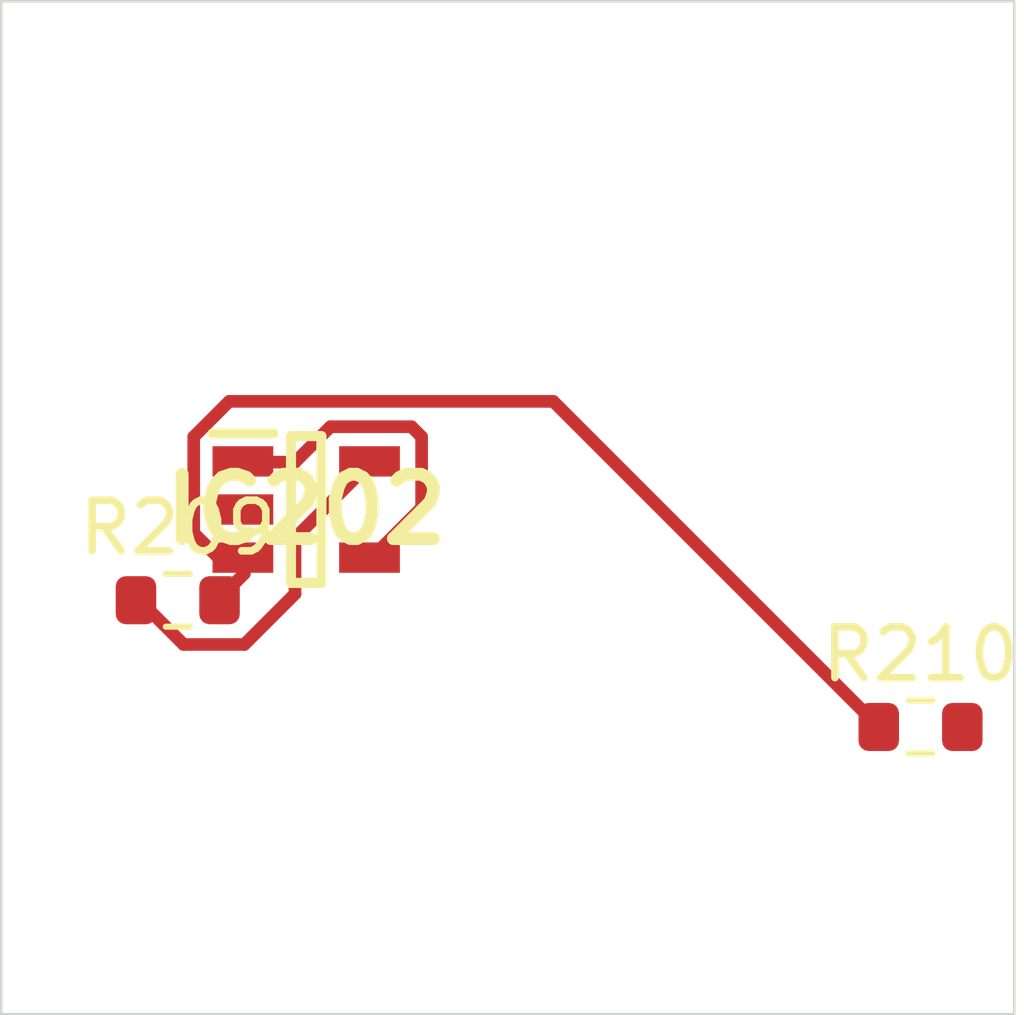
<source format=kicad_pcb>
 ( kicad_pcb  ( version 20171130 )
 ( host pcbnew 5.1.12-84ad8e8a86~92~ubuntu18.04.1 )
 ( general  ( thickness 1.6 )
 ( drawings 4 )
 ( tracks 0 )
 ( zones 0 )
 ( modules 3 )
 ( nets 5 )
)
 ( page A4 )
 ( layers  ( 0 F.Cu signal )
 ( 31 B.Cu signal )
 ( 32 B.Adhes user )
 ( 33 F.Adhes user )
 ( 34 B.Paste user )
 ( 35 F.Paste user )
 ( 36 B.SilkS user )
 ( 37 F.SilkS user )
 ( 38 B.Mask user )
 ( 39 F.Mask user )
 ( 40 Dwgs.User user )
 ( 41 Cmts.User user )
 ( 42 Eco1.User user )
 ( 43 Eco2.User user )
 ( 44 Edge.Cuts user )
 ( 45 Margin user )
 ( 46 B.CrtYd user )
 ( 47 F.CrtYd user )
 ( 48 B.Fab user )
 ( 49 F.Fab user )
)
 ( setup  ( last_trace_width 0.25 )
 ( trace_clearance 0.2 )
 ( zone_clearance 0.508 )
 ( zone_45_only no )
 ( trace_min 0.2 )
 ( via_size 0.8 )
 ( via_drill 0.4 )
 ( via_min_size 0.4 )
 ( via_min_drill 0.3 )
 ( uvia_size 0.3 )
 ( uvia_drill 0.1 )
 ( uvias_allowed no )
 ( uvia_min_size 0.2 )
 ( uvia_min_drill 0.1 )
 ( edge_width 0.05 )
 ( segment_width 0.2 )
 ( pcb_text_width 0.3 )
 ( pcb_text_size 1.5 1.5 )
 ( mod_edge_width 0.12 )
 ( mod_text_size 1 1 )
 ( mod_text_width 0.15 )
 ( pad_size 1.524 1.524 )
 ( pad_drill 0.762 )
 ( pad_to_mask_clearance 0 )
 ( aux_axis_origin 0 0 )
 ( visible_elements FFFFFF7F )
 ( pcbplotparams  ( layerselection 0x010fc_ffffffff )
 ( usegerberextensions false )
 ( usegerberattributes true )
 ( usegerberadvancedattributes true )
 ( creategerberjobfile true )
 ( excludeedgelayer true )
 ( linewidth 0.100000 )
 ( plotframeref false )
 ( viasonmask false )
 ( mode 1 )
 ( useauxorigin false )
 ( hpglpennumber 1 )
 ( hpglpenspeed 20 )
 ( hpglpendiameter 15.000000 )
 ( psnegative false )
 ( psa4output false )
 ( plotreference true )
 ( plotvalue true )
 ( plotinvisibletext false )
 ( padsonsilk false )
 ( subtractmaskfromsilk false )
 ( outputformat 1 )
 ( mirror false )
 ( drillshape 1 )
 ( scaleselection 1 )
 ( outputdirectory "" )
)
)
 ( net 0 "" )
 ( net 1 GND )
 ( net 2 VDDA )
 ( net 3 /Sheet6235D886/vp )
 ( net 4 "Net-(IC202-Pad3)" )
 ( net_class Default "This is the default net class."  ( clearance 0.2 )
 ( trace_width 0.25 )
 ( via_dia 0.8 )
 ( via_drill 0.4 )
 ( uvia_dia 0.3 )
 ( uvia_drill 0.1 )
 ( add_net /Sheet6235D886/vp )
 ( add_net GND )
 ( add_net "Net-(IC202-Pad3)" )
 ( add_net VDDA )
)
 ( module SOT95P280X145-5N locked  ( layer F.Cu )
 ( tedit 62336ED7 )
 ( tstamp 623423ED )
 ( at 86.020900 110.035000 )
 ( descr DBV0005A )
 ( tags "Integrated Circuit" )
 ( path /6235D887/6266C08E )
 ( attr smd )
 ( fp_text reference IC202  ( at 0 0 )
 ( layer F.SilkS )
 ( effects  ( font  ( size 1.27 1.27 )
 ( thickness 0.254 )
)
)
)
 ( fp_text value TL071HIDBVR  ( at 0 0 )
 ( layer F.SilkS )
hide  ( effects  ( font  ( size 1.27 1.27 )
 ( thickness 0.254 )
)
)
)
 ( fp_line  ( start -1.85 -1.5 )
 ( end -0.65 -1.5 )
 ( layer F.SilkS )
 ( width 0.2 )
)
 ( fp_line  ( start -0.3 1.45 )
 ( end -0.3 -1.45 )
 ( layer F.SilkS )
 ( width 0.2 )
)
 ( fp_line  ( start 0.3 1.45 )
 ( end -0.3 1.45 )
 ( layer F.SilkS )
 ( width 0.2 )
)
 ( fp_line  ( start 0.3 -1.45 )
 ( end 0.3 1.45 )
 ( layer F.SilkS )
 ( width 0.2 )
)
 ( fp_line  ( start -0.3 -1.45 )
 ( end 0.3 -1.45 )
 ( layer F.SilkS )
 ( width 0.2 )
)
 ( fp_line  ( start -0.8 -0.5 )
 ( end 0.15 -1.45 )
 ( layer Dwgs.User )
 ( width 0.1 )
)
 ( fp_line  ( start -0.8 1.45 )
 ( end -0.8 -1.45 )
 ( layer Dwgs.User )
 ( width 0.1 )
)
 ( fp_line  ( start 0.8 1.45 )
 ( end -0.8 1.45 )
 ( layer Dwgs.User )
 ( width 0.1 )
)
 ( fp_line  ( start 0.8 -1.45 )
 ( end 0.8 1.45 )
 ( layer Dwgs.User )
 ( width 0.1 )
)
 ( fp_line  ( start -0.8 -1.45 )
 ( end 0.8 -1.45 )
 ( layer Dwgs.User )
 ( width 0.1 )
)
 ( fp_line  ( start -2.1 1.775 )
 ( end -2.1 -1.775 )
 ( layer Dwgs.User )
 ( width 0.05 )
)
 ( fp_line  ( start 2.1 1.775 )
 ( end -2.1 1.775 )
 ( layer Dwgs.User )
 ( width 0.05 )
)
 ( fp_line  ( start 2.1 -1.775 )
 ( end 2.1 1.775 )
 ( layer Dwgs.User )
 ( width 0.05 )
)
 ( fp_line  ( start -2.1 -1.775 )
 ( end 2.1 -1.775 )
 ( layer Dwgs.User )
 ( width 0.05 )
)
 ( pad 1 smd rect  ( at -1.25 -0.95 90.000000 )
 ( size 0.6 1.2 )
 ( layers F.Cu F.Mask F.Paste )
 ( net 3 /Sheet6235D886/vp )
)
 ( pad 2 smd rect  ( at -1.25 0 90.000000 )
 ( size 0.6 1.2 )
 ( layers F.Cu F.Mask F.Paste )
 ( net 1 GND )
)
 ( pad 3 smd rect  ( at -1.25 0.95 90.000000 )
 ( size 0.6 1.2 )
 ( layers F.Cu F.Mask F.Paste )
 ( net 4 "Net-(IC202-Pad3)" )
)
 ( pad 4 smd rect  ( at 1.25 0.95 90.000000 )
 ( size 0.6 1.2 )
 ( layers F.Cu F.Mask F.Paste )
 ( net 3 /Sheet6235D886/vp )
)
 ( pad 5 smd rect  ( at 1.25 -0.95 90.000000 )
 ( size 0.6 1.2 )
 ( layers F.Cu F.Mask F.Paste )
 ( net 2 VDDA )
)
)
 ( module Resistor_SMD:R_0603_1608Metric  ( layer F.Cu )
 ( tedit 5F68FEEE )
 ( tstamp 62342595 )
 ( at 83.484800 111.826000 )
 ( descr "Resistor SMD 0603 (1608 Metric), square (rectangular) end terminal, IPC_7351 nominal, (Body size source: IPC-SM-782 page 72, https://www.pcb-3d.com/wordpress/wp-content/uploads/ipc-sm-782a_amendment_1_and_2.pdf), generated with kicad-footprint-generator" )
 ( tags resistor )
 ( path /6235D887/623CDBD9 )
 ( attr smd )
 ( fp_text reference R209  ( at 0 -1.43 )
 ( layer F.SilkS )
 ( effects  ( font  ( size 1 1 )
 ( thickness 0.15 )
)
)
)
 ( fp_text value 100k  ( at 0 1.43 )
 ( layer F.Fab )
 ( effects  ( font  ( size 1 1 )
 ( thickness 0.15 )
)
)
)
 ( fp_line  ( start -0.8 0.4125 )
 ( end -0.8 -0.4125 )
 ( layer F.Fab )
 ( width 0.1 )
)
 ( fp_line  ( start -0.8 -0.4125 )
 ( end 0.8 -0.4125 )
 ( layer F.Fab )
 ( width 0.1 )
)
 ( fp_line  ( start 0.8 -0.4125 )
 ( end 0.8 0.4125 )
 ( layer F.Fab )
 ( width 0.1 )
)
 ( fp_line  ( start 0.8 0.4125 )
 ( end -0.8 0.4125 )
 ( layer F.Fab )
 ( width 0.1 )
)
 ( fp_line  ( start -0.237258 -0.5225 )
 ( end 0.237258 -0.5225 )
 ( layer F.SilkS )
 ( width 0.12 )
)
 ( fp_line  ( start -0.237258 0.5225 )
 ( end 0.237258 0.5225 )
 ( layer F.SilkS )
 ( width 0.12 )
)
 ( fp_line  ( start -1.48 0.73 )
 ( end -1.48 -0.73 )
 ( layer F.CrtYd )
 ( width 0.05 )
)
 ( fp_line  ( start -1.48 -0.73 )
 ( end 1.48 -0.73 )
 ( layer F.CrtYd )
 ( width 0.05 )
)
 ( fp_line  ( start 1.48 -0.73 )
 ( end 1.48 0.73 )
 ( layer F.CrtYd )
 ( width 0.05 )
)
 ( fp_line  ( start 1.48 0.73 )
 ( end -1.48 0.73 )
 ( layer F.CrtYd )
 ( width 0.05 )
)
 ( fp_text user %R  ( at 0 0 )
 ( layer F.Fab )
 ( effects  ( font  ( size 0.4 0.4 )
 ( thickness 0.06 )
)
)
)
 ( pad 1 smd roundrect  ( at -0.825 0 )
 ( size 0.8 0.95 )
 ( layers F.Cu F.Mask F.Paste )
 ( roundrect_rratio 0.25 )
 ( net 2 VDDA )
)
 ( pad 2 smd roundrect  ( at 0.825 0 )
 ( size 0.8 0.95 )
 ( layers F.Cu F.Mask F.Paste )
 ( roundrect_rratio 0.25 )
 ( net 4 "Net-(IC202-Pad3)" )
)
 ( model ${KISYS3DMOD}/Resistor_SMD.3dshapes/R_0603_1608Metric.wrl  ( at  ( xyz 0 0 0 )
)
 ( scale  ( xyz 1 1 1 )
)
 ( rotate  ( xyz 0 0 0 )
)
)
)
 ( module Resistor_SMD:R_0603_1608Metric  ( layer F.Cu )
 ( tedit 5F68FEEE )
 ( tstamp 623425A6 )
 ( at 98.150600 114.329000 )
 ( descr "Resistor SMD 0603 (1608 Metric), square (rectangular) end terminal, IPC_7351 nominal, (Body size source: IPC-SM-782 page 72, https://www.pcb-3d.com/wordpress/wp-content/uploads/ipc-sm-782a_amendment_1_and_2.pdf), generated with kicad-footprint-generator" )
 ( tags resistor )
 ( path /6235D887/623CDBDF )
 ( attr smd )
 ( fp_text reference R210  ( at 0 -1.43 )
 ( layer F.SilkS )
 ( effects  ( font  ( size 1 1 )
 ( thickness 0.15 )
)
)
)
 ( fp_text value 100k  ( at 0 1.43 )
 ( layer F.Fab )
 ( effects  ( font  ( size 1 1 )
 ( thickness 0.15 )
)
)
)
 ( fp_line  ( start 1.48 0.73 )
 ( end -1.48 0.73 )
 ( layer F.CrtYd )
 ( width 0.05 )
)
 ( fp_line  ( start 1.48 -0.73 )
 ( end 1.48 0.73 )
 ( layer F.CrtYd )
 ( width 0.05 )
)
 ( fp_line  ( start -1.48 -0.73 )
 ( end 1.48 -0.73 )
 ( layer F.CrtYd )
 ( width 0.05 )
)
 ( fp_line  ( start -1.48 0.73 )
 ( end -1.48 -0.73 )
 ( layer F.CrtYd )
 ( width 0.05 )
)
 ( fp_line  ( start -0.237258 0.5225 )
 ( end 0.237258 0.5225 )
 ( layer F.SilkS )
 ( width 0.12 )
)
 ( fp_line  ( start -0.237258 -0.5225 )
 ( end 0.237258 -0.5225 )
 ( layer F.SilkS )
 ( width 0.12 )
)
 ( fp_line  ( start 0.8 0.4125 )
 ( end -0.8 0.4125 )
 ( layer F.Fab )
 ( width 0.1 )
)
 ( fp_line  ( start 0.8 -0.4125 )
 ( end 0.8 0.4125 )
 ( layer F.Fab )
 ( width 0.1 )
)
 ( fp_line  ( start -0.8 -0.4125 )
 ( end 0.8 -0.4125 )
 ( layer F.Fab )
 ( width 0.1 )
)
 ( fp_line  ( start -0.8 0.4125 )
 ( end -0.8 -0.4125 )
 ( layer F.Fab )
 ( width 0.1 )
)
 ( fp_text user %R  ( at 0 0 )
 ( layer F.Fab )
 ( effects  ( font  ( size 0.4 0.4 )
 ( thickness 0.06 )
)
)
)
 ( pad 2 smd roundrect  ( at 0.825 0 )
 ( size 0.8 0.95 )
 ( layers F.Cu F.Mask F.Paste )
 ( roundrect_rratio 0.25 )
 ( net 1 GND )
)
 ( pad 1 smd roundrect  ( at -0.825 0 )
 ( size 0.8 0.95 )
 ( layers F.Cu F.Mask F.Paste )
 ( roundrect_rratio 0.25 )
 ( net 4 "Net-(IC202-Pad3)" )
)
 ( model ${KISYS3DMOD}/Resistor_SMD.3dshapes/R_0603_1608Metric.wrl  ( at  ( xyz 0 0 0 )
)
 ( scale  ( xyz 1 1 1 )
)
 ( rotate  ( xyz 0 0 0 )
)
)
)
 ( gr_line  ( start 100 100 )
 ( end 100 120 )
 ( layer Edge.Cuts )
 ( width 0.05 )
 ( tstamp 62E770C4 )
)
 ( gr_line  ( start 80 120 )
 ( end 100 120 )
 ( layer Edge.Cuts )
 ( width 0.05 )
 ( tstamp 62E770C0 )
)
 ( gr_line  ( start 80 100 )
 ( end 100 100 )
 ( layer Edge.Cuts )
 ( width 0.05 )
 ( tstamp 6234110C )
)
 ( gr_line  ( start 80 100 )
 ( end 80 120 )
 ( layer Edge.Cuts )
 ( width 0.05 )
)
 ( segment  ( start 82.700001 111.800002 )
 ( end 83.600001 112.700002 )
 ( width 0.250000 )
 ( layer F.Cu )
 ( net 2 )
)
 ( segment  ( start 83.600001 112.700002 )
 ( end 84.800001 112.700002 )
 ( width 0.250000 )
 ( layer F.Cu )
 ( net 2 )
)
 ( segment  ( start 84.800001 112.700002 )
 ( end 85.800001 111.700002 )
 ( width 0.250000 )
 ( layer F.Cu )
 ( net 2 )
)
 ( segment  ( start 85.800001 111.700002 )
 ( end 85.800001 110.600002 )
 ( width 0.250000 )
 ( layer F.Cu )
 ( net 2 )
)
 ( segment  ( start 85.800001 110.600002 )
 ( end 87.300001 109.100002 )
 ( width 0.250000 )
 ( layer F.Cu )
 ( net 2 )
)
 ( segment  ( start 87.300001 111.000002 )
 ( end 88.300001 110.000002 )
 ( width 0.250000 )
 ( layer F.Cu )
 ( net 3 )
)
 ( segment  ( start 88.300001 110.000002 )
 ( end 88.300001 108.600002 )
 ( width 0.250000 )
 ( layer F.Cu )
 ( net 3 )
)
 ( segment  ( start 88.300001 108.600002 )
 ( end 88.100001 108.400002 )
 ( width 0.250000 )
 ( layer F.Cu )
 ( net 3 )
)
 ( segment  ( start 88.100001 108.400002 )
 ( end 86.500001 108.400002 )
 ( width 0.250000 )
 ( layer F.Cu )
 ( net 3 )
)
 ( segment  ( start 86.500001 108.400002 )
 ( end 85.800001 109.100002 )
 ( width 0.250000 )
 ( layer F.Cu )
 ( net 3 )
)
 ( segment  ( start 85.800001 109.100002 )
 ( end 84.800001 109.100002 )
 ( width 0.250000 )
 ( layer F.Cu )
 ( net 3 )
)
 ( segment  ( start 84.300001 111.800002 )
 ( end 84.800001 111.300002 )
 ( width 0.250000 )
 ( layer F.Cu )
 ( net 4 )
)
 ( segment  ( start 84.800001 111.300002 )
 ( end 84.800001 111.000002 )
 ( width 0.250000 )
 ( layer F.Cu )
 ( net 4 )
)
 ( segment  ( start 97.300001 114.300002 )
 ( end 90.900001 107.900002 )
 ( width 0.250000 )
 ( layer F.Cu )
 ( net 4 )
)
 ( segment  ( start 90.900001 107.900002 )
 ( end 84.500001 107.900002 )
 ( width 0.250000 )
 ( layer F.Cu )
 ( net 4 )
)
 ( segment  ( start 84.500001 107.900002 )
 ( end 83.800001 108.600002 )
 ( width 0.250000 )
 ( layer F.Cu )
 ( net 4 )
)
 ( segment  ( start 83.800001 108.600002 )
 ( end 83.800001 110.500002 )
 ( width 0.250000 )
 ( layer F.Cu )
 ( net 4 )
)
 ( segment  ( start 83.800001 110.500002 )
 ( end 84.300001 111.000002 )
 ( width 0.250000 )
 ( layer F.Cu )
 ( net 4 )
)
 ( segment  ( start 84.300001 111.000002 )
 ( end 84.800001 111.000002 )
 ( width 0.250000 )
 ( layer F.Cu )
 ( net 4 )
)
)

</source>
